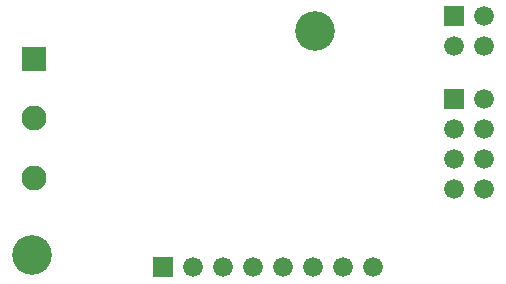
<source format=gbs>
G04 (created by PCBNEW-RS274X (2012-05-21 BZR 3261)-stable) date Thu 30 May 2013 11:23:39 PM PDT*
G01*
G70*
G90*
%MOIN*%
G04 Gerber Fmt 3.4, Leading zero omitted, Abs format*
%FSLAX34Y34*%
G04 APERTURE LIST*
%ADD10C,0.008000*%
%ADD11C,0.132000*%
%ADD12R,0.066000X0.066000*%
%ADD13C,0.066000*%
%ADD14R,0.082800X0.082800*%
%ADD15C,0.082800*%
G04 APERTURE END LIST*
G54D10*
G54D11*
X61417Y-33465D03*
X51969Y-40945D03*
G54D12*
X66035Y-35744D03*
G54D13*
X67035Y-35744D03*
X66035Y-36744D03*
X67035Y-36744D03*
X66035Y-37744D03*
X67035Y-37744D03*
X66035Y-38744D03*
X67035Y-38744D03*
G54D12*
X66035Y-32965D03*
G54D13*
X67035Y-32965D03*
X66035Y-33965D03*
X67035Y-33965D03*
G54D12*
X56343Y-41339D03*
G54D13*
X57343Y-41339D03*
X58343Y-41339D03*
X59343Y-41339D03*
X60343Y-41339D03*
X61343Y-41339D03*
X62343Y-41339D03*
X63343Y-41339D03*
G54D14*
X52047Y-34409D03*
G54D15*
X52047Y-36378D03*
X52047Y-38347D03*
M02*

</source>
